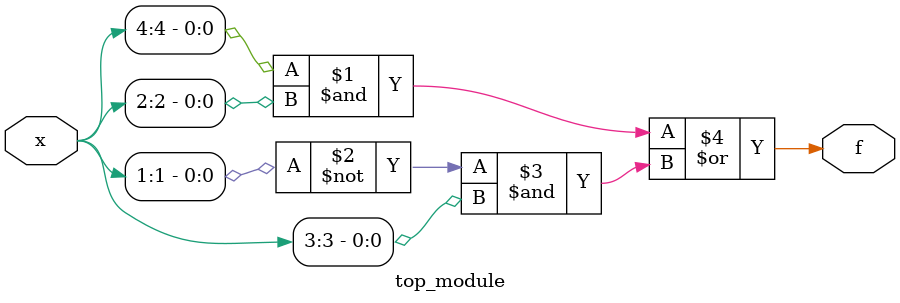
<source format=v>
module top_module (
    input [4:1] x, 
    output f );
    assign f = x[4]&x[2] | ~x[1]&x[3];
endmodule


</source>
